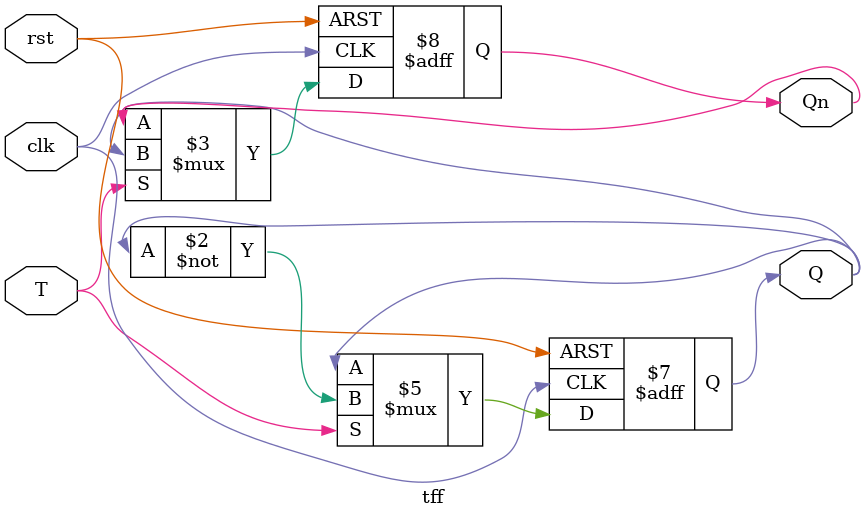
<source format=v>
module tff (
    input clk,
    input rst,
  input  T,
  output Q, Qn
);
  always @(posedge clk, posedge rst) begin
    if (rst) begin
      Q  <= 0;
      Qn <= 1;
    end else if (T) begin
      Q  <= ~Q;
      Qn <= Q;
    end
  end
endmodule
</source>
